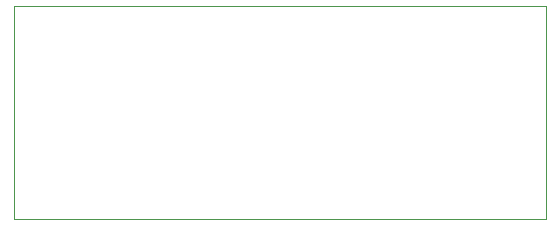
<source format=gbr>
%TF.GenerationSoftware,KiCad,Pcbnew,7.0.5-0*%
%TF.CreationDate,2023-06-02T14:28:35-04:00*%
%TF.ProjectId,mini_arduino_clone,6d696e69-5f61-4726-9475-696e6f5f636c,A*%
%TF.SameCoordinates,Original*%
%TF.FileFunction,Profile,NP*%
%FSLAX46Y46*%
G04 Gerber Fmt 4.6, Leading zero omitted, Abs format (unit mm)*
G04 Created by KiCad (PCBNEW 7.0.5-0) date 2023-06-02 14:28:35*
%MOMM*%
%LPD*%
G01*
G04 APERTURE LIST*
%TA.AperFunction,Profile*%
%ADD10C,0.100000*%
%TD*%
G04 APERTURE END LIST*
D10*
X0Y18034000D02*
X45085000Y18034000D01*
X45085000Y0D01*
X0Y0D01*
X0Y18034000D01*
M02*

</source>
